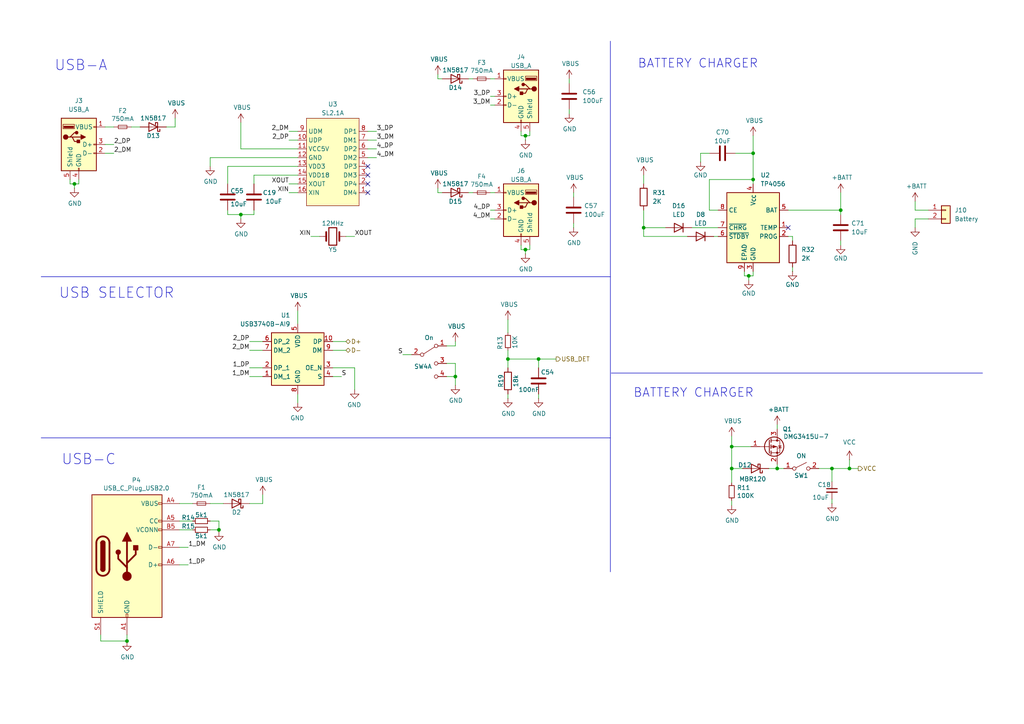
<source format=kicad_sch>
(kicad_sch (version 20250114) (generator "eeschema") (generator_version "9.0")
  (paper "A4")
  (lib_symbols
    (symbol "Battery_Management:TP4056-42-ESOP8"
      (property "Reference" "U" (at -6.604 11.684 0))
      (property "Value" "TP4056-42-ESOP8" (at 10.16 11.684 0))
      (symbol "TP4056-42-ESOP8_1_0"
        (pin input line (at -10.16 5.08 0) (length 2.54) (name "CE") (number "8"))
        (pin open_collector line (at -10.16 0 0) (length 2.54) (name "~{CHRG}") (number "7"))
        (pin open_collector line (at -10.16 -2.54 0) (length 2.54) (name "~{STDBY}") (number "6"))
        (pin passive line (at -2.54 -12.7 90) (length 2.54) (name "EPAD") (number "9"))
        (pin power_in line (at 0 12.7 270) (length 2.54) (name "V_{CC}") (number "4"))
        (pin power_in line (at 0 -12.7 90) (length 2.54) (name "GND") (number "3"))
        (pin power_out line (at 10.16 5.08 180) (length 2.54) (name "BAT") (number "5"))
        (pin input line (at 10.16 0 180) (length 2.54) (name "TEMP") (number "1"))
        (pin passive line (at 10.16 -2.54 180) (length 2.54) (name "PROG") (number "2"))
      )
      (symbol "TP4056-42-ESOP8_1_1"
        (rectangle (start -7.62 10.16) (end 7.62 -10.16) (stroke (width 0.254)) (fill (type background)))
      )
    )
    (symbol "Connector:USB_A" (pin_names (offset 1.016))
      (property "Reference" "J" (at -5.08 11.43 0))
      (property "Value" "USB_A" (at -5.08 8.89 0))
      (symbol "USB_A_0_1"
        (rectangle (start -5.08 -7.62) (end 5.08 7.62) (stroke (width 0.254)) (fill (type background)))
        (circle (center -3.81 2.159) (radius 0.635) (stroke (width 0.254)) (fill (type outline)))
        (polyline (pts (xy -3.175 2.159) (xy -2.54 2.159) (xy -1.27 3.429) (xy -0.635 3.429)) (stroke (width 0.254)))
        (polyline (pts (xy -2.54 2.159) (xy -1.905 2.159) (xy -1.27 0.889) (xy 0 0.889)) (stroke (width 0.254)))
        (rectangle (start -1.524 4.826) (end -4.318 5.334) (fill (type outline)))
        (rectangle (start -1.27 4.572) (end -4.572 5.842))
        (circle (center -0.635 3.429) (radius 0.381) (stroke (width 0.254)) (fill (type outline)))
        (rectangle (start -0.127 -7.62) (end 0.127 -6.858))
        (rectangle (start 0.254 1.27) (end -0.508 0.508) (stroke (width 0.254)) (fill (type outline)))
        (polyline (pts (xy 0.635 2.794) (xy 0.635 1.524) (xy 1.905 2.159) (xy 0.635 2.794)) (stroke (width 0.254)) (fill (type outline)))
        (rectangle (start 5.08 4.953) (end 4.318 5.207))
        (rectangle (start 5.08 -0.127) (end 4.318 0.127))
        (rectangle (start 5.08 -2.667) (end 4.318 -2.413))
      )
      (symbol "USB_A_1_1"
        (polyline (pts (xy -1.905 2.159) (xy 0.635 2.159)) (stroke (width 0.254)))
        (pin passive line (at -2.54 -10.16 90) (length 2.54) (name "Shield") (number "5"))
        (pin power_in line (at 0 -10.16 90) (length 2.54) (name "GND") (number "4"))
        (pin power_in line (at 7.62 5.08 180) (length 2.54) (name "VBUS") (number "1"))
        (pin bidirectional line (at 7.62 0 180) (length 2.54) (name "D+") (number "3"))
        (pin bidirectional line (at 7.62 -2.54 180) (length 2.54) (name "D-") (number "2"))
      )
    )
    (symbol "Connector_Generic:Conn_01x02" (pin_names (offset 1.016) (hide yes))
      (property "Reference" "J" (at 0 2.54 0))
      (property "Value" "Conn_01x02" (at 0 -5.08 0))
      (symbol "Conn_01x02_1_1"
        (rectangle (start -1.27 1.27) (end 1.27 -3.81) (stroke (width 0.254)) (fill (type background)))
        (rectangle (start -1.27 0.127) (end 0 -0.127) (stroke (width 0.1524)))
        (rectangle (start -1.27 -2.413) (end 0 -2.667) (stroke (width 0.1524)))
        (pin passive line (at -5.08 0 0) (length 3.81) (name "Pin_1") (number "1"))
        (pin passive line (at -5.08 -2.54 0) (length 3.81) (name "Pin_2") (number "2"))
      )
    )
    (symbol "Device:C" (pin_numbers (hide yes)) (pin_names (offset 0.254))
      (property "Reference" "C" (at 0.635 2.54 0))
      (property "Value" "C" (at 0.635 -2.54 0))
      (symbol "C_0_1"
        (polyline (pts (xy -2.032 0.762) (xy 2.032 0.762)) (stroke (width 0.508)))
        (polyline (pts (xy -2.032 -0.762) (xy 2.032 -0.762)) (stroke (width 0.508)))
      )
      (symbol "C_1_1"
        (pin passive line (at 0 3.81 270) (length 2.794) (name "~") (number "1"))
        (pin passive line (at 0 -3.81 90) (length 2.794) (name "~") (number "2"))
      )
    )
    (symbol "Device:C_Small" (pin_numbers (hide yes)) (pin_names (offset 0.254) (hide yes))
      (property "Reference" "C" (at 0.254 1.778 0))
      (property "Value" "C_Small" (at 0.254 -2.032 0))
      (symbol "C_Small_0_1"
        (polyline (pts (xy -1.524 0.508) (xy 1.524 0.508)) (stroke (width 0.3048)))
        (polyline (pts (xy -1.524 -0.508) (xy 1.524 -0.508)) (stroke (width 0.3302)))
      )
      (symbol "C_Small_1_1"
        (pin passive line (at 0 2.54 270) (length 2.032) (name "~") (number "1"))
        (pin passive line (at 0 -2.54 90) (length 2.032) (name "~") (number "2"))
      )
    )
    (symbol "Device:Crystal" (pin_numbers (hide yes)) (pin_names (offset 1.016) (hide yes))
      (property "Reference" "Y5" (at 0 3.81 0))
      (property "Value" "12MHz" (at 0 -3.81 0))
      (symbol "Crystal_0_1"
        (polyline (pts (xy -2.54 0) (xy -1.905 0)))
        (polyline (pts (xy -1.905 -1.27) (xy -1.905 1.27)) (stroke (width 0.508)))
        (rectangle (start -1.143 2.54) (end 1.143 -2.54) (stroke (width 0.3048)))
        (polyline (pts (xy 1.905 -1.27) (xy 1.905 1.27)) (stroke (width 0.508)))
        (polyline (pts (xy 2.54 0) (xy 1.905 0)))
      )
      (symbol "Crystal_1_1"
        (pin passive line (at -3.81 0 0) (length 1.27) (name "1") (number "1"))
        (pin passive line (at 3.81 0 180) (length 1.27) (name "3") (number "3"))
      )
    )
    (symbol "Device:D" (pin_numbers (hide yes)) (pin_names (offset 1.016) (hide yes))
      (property "Reference" "D" (at 0 2.54 0))
      (property "Value" "D" (at 0 -2.54 0))
      (symbol "D_0_1"
        (polyline (pts (xy -1.27 1.27) (xy -1.27 -1.27)) (stroke (width 0.254)))
        (polyline (pts (xy 1.27 1.27) (xy 1.27 -1.27) (xy -1.27 0) (xy 1.27 1.27)) (stroke (width 0.254)))
        (polyline (pts (xy 1.27 0) (xy -1.27 0)))
      )
      (symbol "D_1_1"
        (pin passive line (at -3.81 0 0) (length 2.54) (name "K") (number "1"))
        (pin passive line (at 3.81 0 180) (length 2.54) (name "A") (number "2"))
      )
    )
    (symbol "Device:Fuse_Small" (pin_numbers (hide yes)) (pin_names (offset 0.254) (hide yes))
      (property "Reference" "F" (at 0 -1.524 0))
      (property "Value" "Fuse_Small" (at 0 1.524 0))
      (symbol "Fuse_Small_0_1"
        (rectangle (start -1.27 0.508) (end 1.27 -0.508))
        (polyline (pts (xy -1.27 0) (xy 1.27 0)))
      )
      (symbol "Fuse_Small_1_1"
        (pin passive line (at -2.54 0 0) (length 1.27) (name "~") (number "1"))
        (pin passive line (at 2.54 0 180) (length 1.27) (name "~") (number "2"))
      )
    )
    (symbol "Device:Q_PMOS_GSD" (pin_names (offset 0) (hide yes))
      (property "Reference" "Q" (at 5.08 1.27 0))
      (property "Value" "Q_PMOS_GSD" (at 5.08 -1.27 0))
      (symbol "Q_PMOS_GSD_0_1"
        (polyline (pts (xy 0.254 1.905) (xy 0.254 -1.905)) (stroke (width 0.254)))
        (polyline (pts (xy 0.254 0) (xy -2.54 0)))
        (polyline (pts (xy 0.762 2.286) (xy 0.762 1.27)) (stroke (width 0.254)))
        (polyline (pts (xy 0.762 1.778) (xy 3.302 1.778) (xy 3.302 -1.778) (xy 0.762 -1.778)))
        (polyline (pts (xy 0.762 0.508) (xy 0.762 -0.508)) (stroke (width 0.254)))
        (polyline (pts (xy 0.762 -1.27) (xy 0.762 -2.286)) (stroke (width 0.254)))
        (circle (center 1.651 0) (radius 2.794) (stroke (width 0.254)))
        (polyline (pts (xy 2.286 0) (xy 1.27 0.381) (xy 1.27 -0.381) (xy 2.286 0)) (fill (type outline)))
        (polyline (pts (xy 2.54 2.54) (xy 2.54 1.778)))
        (circle (center 2.54 1.778) (radius 0.254) (fill (type outline)))
        (circle (center 2.54 -1.778) (radius 0.254) (fill (type outline)))
        (polyline (pts (xy 2.54 -2.54) (xy 2.54 0) (xy 0.762 0)))
        (polyline (pts (xy 2.794 -0.508) (xy 2.921 -0.381) (xy 3.683 -0.381) (xy 3.81 -0.254)))
        (polyline (pts (xy 3.302 -0.381) (xy 2.921 0.254) (xy 3.683 0.254) (xy 3.302 -0.381)))
      )
      (symbol "Q_PMOS_GSD_1_1"
        (pin input line (at -5.08 0 0) (length 2.54) (name "G") (number "1"))
        (pin passive line (at 2.54 5.08 270) (length 2.54) (name "D") (number "3"))
        (pin passive line (at 2.54 -5.08 90) (length 2.54) (name "S") (number "2"))
      )
    )
    (symbol "Device:R" (pin_numbers (hide yes)) (pin_names (offset 0))
      (property "Reference" "R" (at 2.032 0 90))
      (property "Value" "R" (at 0 0 90))
      (symbol "R_0_1"
        (rectangle (start -1.016 -2.54) (end 1.016 2.54) (stroke (width 0.254)))
      )
      (symbol "R_1_1"
        (pin passive line (at 0 3.81 270) (length 1.27) (name "~") (number "1"))
        (pin passive line (at 0 -3.81 90) (length 1.27) (name "~") (number "2"))
      )
    )
    (symbol "Device:R_Small" (pin_numbers (hide yes)) (pin_names (offset 0.254) (hide yes))
      (property "Reference" "R" (at 0.762 0.508 0))
      (property "Value" "R_Small" (at 0.762 -1.016 0))
      (symbol "R_Small_0_1"
        (rectangle (start -0.762 1.778) (end 0.762 -1.778) (stroke (width 0.2032)))
      )
      (symbol "R_Small_1_1"
        (pin passive line (at 0 2.54 270) (length 0.762) (name "~") (number "1"))
        (pin passive line (at 0 -2.54 90) (length 0.762) (name "~") (number "2"))
      )
    )
    (symbol "Diode:1N5817" (pin_numbers (hide yes)) (pin_names (offset 1.016) (hide yes))
      (property "Reference" "D" (at 0 2.54 0))
      (property "Value" "1N5817" (at 0 -2.54 0))
      (symbol "1N5817_0_1"
        (polyline (pts (xy -1.905 0.635) (xy -1.905 1.27) (xy -1.27 1.27) (xy -1.27 -1.27) (xy -0.635 -1.27) (xy -0.635 -0.635)) (stroke (width 0.254)))
        (polyline (pts (xy 1.27 1.27) (xy 1.27 -1.27) (xy -1.27 0) (xy 1.27 1.27)) (stroke (width 0.254)))
        (polyline (pts (xy 1.27 0) (xy -1.27 0)))
      )
      (symbol "1N5817_1_1"
        (pin passive line (at -3.81 0 0) (length 2.54) (name "K") (number "1"))
        (pin passive line (at 3.81 0 180) (length 2.54) (name "A") (number "2"))
      )
    )
    (symbol "Diode:MBR340" (pin_numbers (hide yes)) (pin_names (offset 1.016) (hide yes))
      (property "Reference" "D" (at 0 2.54 0))
      (property "Value" "MBR340" (at 0 -2.54 0))
      (symbol "MBR340_0_1"
        (polyline (pts (xy -1.905 0.635) (xy -1.905 1.27) (xy -1.27 1.27) (xy -1.27 -1.27) (xy -0.635 -1.27) (xy -0.635 -0.635)) (stroke (width 0.254)))
        (polyline (pts (xy 1.27 1.27) (xy 1.27 -1.27) (xy -1.27 0) (xy 1.27 1.27)) (stroke (width 0.254)))
        (polyline (pts (xy 1.27 0) (xy -1.27 0)))
      )
      (symbol "MBR340_1_1"
        (pin passive line (at -3.81 0 0) (length 2.54) (name "K") (number "1"))
        (pin passive line (at 3.81 0 180) (length 2.54) (name "A") (number "2"))
      )
    )
    (symbol "HunterCat-NFC-rescue:USB_C_Plug_USB2.0-Connector" (pin_names (offset 1.016))
      (property "Reference" "P" (at -10.16 19.05 0))
      (property "Value" "USB_C_Plug_USB2.0-Connector" (at 12.7 19.05 0))
      (symbol "USB_C_Plug_USB2.0-Connector_0_0"
        (rectangle (start -0.254 -17.78) (end 0.254 -16.764))
        (rectangle (start 10.16 15.494) (end 9.144 14.986))
        (rectangle (start 10.16 10.414) (end 9.144 9.906))
        (rectangle (start 10.16 7.874) (end 9.144 7.366))
        (rectangle (start 10.16 2.794) (end 9.144 2.286))
        (rectangle (start 10.16 -2.286) (end 9.144 -2.794))
      )
      (symbol "USB_C_Plug_USB2.0-Connector_0_1"
        (rectangle (start -10.16 17.78) (end 10.16 -17.78) (stroke (width 0.254)) (fill (type background)))
        (polyline (pts (xy -8.89 -3.81) (xy -8.89 3.81)) (stroke (width 0.508)))
        (rectangle (start -7.62 -3.81) (end -6.35 3.81) (stroke (width 0.254)) (fill (type outline)))
        (arc (start -7.62 3.81) (mid -6.985 4.4423) (end -6.35 3.81) (stroke (width 0.254)))
        (arc (start -7.62 3.81) (mid -6.985 4.4423) (end -6.35 3.81) (stroke (width 0.254)) (fill (type outline)))
        (arc (start -8.89 3.81) (mid -6.985 5.7067) (end -5.08 3.81) (stroke (width 0.508)))
        (arc (start -5.08 -3.81) (mid -6.985 -5.7067) (end -8.89 -3.81) (stroke (width 0.508)))
        (arc (start -6.35 -3.81) (mid -6.985 -4.4423) (end -7.62 -3.81) (stroke (width 0.254)))
        (arc (start -6.35 -3.81) (mid -6.985 -4.4423) (end -7.62 -3.81) (stroke (width 0.254)) (fill (type outline)))
        (polyline (pts (xy -5.08 3.81) (xy -5.08 -3.81)) (stroke (width 0.508)))
        (circle (center -2.54 1.143) (radius 0.635) (stroke (width 0.254)) (fill (type outline)))
        (polyline (pts (xy -1.27 4.318) (xy 0 6.858) (xy 1.27 4.318) (xy -1.27 4.318)) (stroke (width 0.254)) (fill (type outline)))
        (polyline (pts (xy 0 -2.032) (xy 2.54 0.508) (xy 2.54 1.778)) (stroke (width 0.508)))
        (polyline (pts (xy 0 -3.302) (xy -2.54 -0.762) (xy -2.54 0.508)) (stroke (width 0.508)))
        (polyline (pts (xy 0 -5.842) (xy 0 4.318)) (stroke (width 0.508)))
        (circle (center 0 -5.842) (radius 1.27) (fill (type outline)))
        (rectangle (start 1.905 1.778) (end 3.175 3.048) (stroke (width 0.254)) (fill (type outline)))
      )
      (symbol "USB_C_Plug_USB2.0-Connector_1_1"
        (pin passive line (at -7.62 -22.86 90) (length 5.08) (name "SHIELD") (number "S1"))
        (pin power_in line (at 0 -22.86 90) (length 5.08) (name "GND") (number "A1"))
        (pin passive line (at 0 -22.86 90) (length 5.08) (hide yes) (name "GND") (number "A12"))
        (pin passive line (at 0 -22.86 90) (length 5.08) (hide yes) (name "GND") (number "B1"))
        (pin passive line (at 0 -22.86 90) (length 5.08) (hide yes) (name "GND") (number "B12"))
        (pin power_in line (at 15.24 15.24 180) (length 5.08) (name "VBUS") (number "A4"))
        (pin passive line (at 15.24 15.24 180) (length 5.08) (hide yes) (name "VBUS") (number "A9"))
        (pin passive line (at 15.24 15.24 180) (length 5.08) (hide yes) (name "VBUS") (number "B4"))
        (pin passive line (at 15.24 15.24 180) (length 5.08) (hide yes) (name "VBUS") (number "B9"))
        (pin bidirectional line (at 15.24 10.16 180) (length 5.08) (name "CC") (number "A5"))
        (pin bidirectional line (at 15.24 7.62 180) (length 5.08) (name "VCONN") (number "B5"))
        (pin bidirectional line (at 15.24 2.54 180) (length 5.08) (name "D-") (number "A7"))
        (pin bidirectional line (at 15.24 -2.54 180) (length 5.08) (name "D+") (number "A6"))
      )
    )
    (symbol "Interface_USB:USB3740B-AI9"
      (property "Reference" "U" (at -6.35 8.89 0))
      (property "Value" "USB3740B-AI9" (at 10.16 8.89 0))
      (symbol "USB3740B-AI9_0_1"
        (rectangle (start 7.62 7.62) (end -7.62 -7.62) (stroke (width 0.254)) (fill (type background)))
      )
      (symbol "USB3740B-AI9_1_1"
        (pin bidirectional line (at -10.16 5.08 0) (length 2.54) (name "DP") (number "10"))
        (pin bidirectional line (at -10.16 2.54 0) (length 2.54) (name "DM") (number "9"))
        (pin input line (at -10.16 -2.54 0) (length 2.54) (name "OE_N") (number "3"))
        (pin input line (at -10.16 -5.08 0) (length 2.54) (name "S") (number "4"))
        (pin power_in line (at 0 10.16 270) (length 2.54) (name "VDD") (number "5"))
        (pin power_in line (at 0 -10.16 90) (length 2.54) (name "GND") (number "8"))
        (pin bidirectional line (at 10.16 5.08 180) (length 2.54) (name "DP_2") (number "6"))
        (pin bidirectional line (at 10.16 2.54 180) (length 2.54) (name "DM_2") (number "7"))
        (pin bidirectional line (at 10.16 -2.54 180) (length 2.54) (name "DP_1") (number "2"))
        (pin bidirectional line (at 10.16 -5.08 180) (length 2.54) (name "DM_1") (number "1"))
      )
    )
    (symbol "New_Library:SL2.1A"
      (property "Reference" "U" (at 0 0 0))
      (symbol "SL2.1A_1_1"
        (rectangle (start -7.62 12.7) (end 7.62 -12.7) (fill (type background)))
        (pin input line (at -10.16 8.89 0) (length 2.54) (name "DM4") (number "1"))
        (pin input line (at -10.16 6.35 0) (length 2.54) (name "DP4") (number "2"))
        (pin input line (at -10.16 3.81 0) (length 2.54) (name "DM3") (number "3"))
        (pin input line (at -10.16 1.27 0) (length 2.54) (name "DP3") (number "4"))
        (pin input line (at -10.16 -1.27 0) (length 2.54) (name "DM2") (number "5"))
        (pin input line (at -10.16 -3.81 0) (length 2.54) (name "DP2") (number "6"))
        (pin input line (at -10.16 -6.35 0) (length 2.54) (name "DM1") (number "7"))
        (pin input line (at -10.16 -8.89 0) (length 2.54) (name "DP1") (number "8"))
        (pin input line (at 10.16 8.89 180) (length 2.54) (name "XIN") (number "16"))
        (pin input line (at 10.16 6.35 180) (length 2.54) (name "XOUT") (number "15"))
        (pin input line (at 10.16 3.81 180) (length 2.54) (name "VDD18") (number "14"))
        (pin input line (at 10.16 1.27 180) (length 2.54) (name "VDD3") (number "13"))
        (pin input line (at 10.16 -1.27 180) (length 2.54) (name "GND") (number "12"))
        (pin input line (at 10.16 -3.81 180) (length 2.54) (name "VCC5V") (number "11"))
        (pin input line (at 10.16 -6.35 180) (length 2.54) (name "UDP") (number "10"))
        (pin input line (at 10.16 -8.89 180) (length 2.54) (name "UDM") (number "9"))
      )
    )
    (symbol "Switch:SW_DPDT_x2" (pin_names (offset 0) (hide yes))
      (property "Reference" "SW2" (at -1.778 -3.429 0))
      (property "Value" "On" (at 0 4.9276 0))
      (symbol "SW_DPDT_x2_0_0"
        (circle (center -2.032 0) (radius 0.508))
        (circle (center 2.032 -2.54) (radius 0.508))
        (circle (center 2.032 -6.35) (radius 0.508))
      )
      (symbol "SW_DPDT_x2_0_1"
        (polyline (pts (xy -1.524 0.254) (xy 1.651 2.286)))
        (circle (center 2.032 2.54) (radius 0.508))
      )
      (symbol "SW_DPDT_x2_1_1"
        (pin passive line (at -5.08 0 0) (length 2.54) (name "B") (number "2"))
        (pin passive line (at 5.08 2.54 180) (length 2.54) (name "A") (number "1"))
        (pin passive line (at 5.08 -2.54 180) (length 2.54) (name "C") (number "3"))
        (pin passive line (at 5.08 -6.35 180) (length 2.54) (name "C") (number "4"))
      )
      (symbol "SW_DPDT_x2_2_1"
        (pin passive line (at -5.08 0 0) (length 2.54) (name "B") (number "5"))
        (pin passive line (at 5.08 2.54 180) (length 2.54) (name "A") (number "4"))
        (pin passive line (at 5.08 -2.54 180) (length 2.54) (name "C") (number "6"))
      )
    )
    (symbol "Switch:SW_SPST" (pin_names (offset 0) (hide yes))
      (property "Reference" "SW" (at 0 3.175 0))
      (property "Value" "SW_SPST" (at 0 -2.54 0))
      (symbol "SW_SPST_0_0"
        (circle (center -2.032 0) (radius 0.508))
        (polyline (pts (xy -1.524 0.254) (xy 1.524 1.778)))
        (circle (center 2.032 0) (radius 0.508))
      )
      (symbol "SW_SPST_1_1"
        (pin passive line (at -5.08 0 0) (length 2.54) (name "A") (number "1"))
        (pin passive line (at 5.08 0 180) (length 2.54) (name "B") (number "2"))
      )
    )
    (symbol "power:+BATT" (power) (pin_names (offset 0))
      (property "Value" "+BATT" (at 0 3.556 0))
      (symbol "+BATT_0_1"
        (polyline (pts (xy -0.762 1.27) (xy 0 2.54)))
        (polyline (pts (xy 0 2.54) (xy 0.762 1.27)))
        (polyline (pts (xy 0 0) (xy 0 2.54)))
      )
      (symbol "+BATT_1_1"
        (pin power_in line (at 0 0 90) (length 0) (hide yes) (name "+BATT") (number "1"))
      )
    )
    (symbol "power:GND" (power) (pin_numbers (hide yes)) (pin_names (offset 0) (hide yes))
      (property "Value" "GND" (at 0 -3.81 0))
      (symbol "GND_0_1"
        (polyline (pts (xy 0 0) (xy 0 -1.27) (xy 1.27 -1.27) (xy 0 -2.54) (xy -1.27 -1.27) (xy 0 -1.27)))
      )
      (symbol "GND_1_1"
        (pin power_in line (at 0 0 270) (length 0) (name "~") (number "1"))
      )
    )
    (symbol "power:VBUS" (power) (pin_names (offset 0))
      (property "Value" "VBUS" (at 0 3.81 0))
      (symbol "VBUS_0_1"
        (polyline (pts (xy -0.762 1.27) (xy 0 2.54)))
        (polyline (pts (xy 0 2.54) (xy 0.762 1.27)))
        (polyline (pts (xy 0 0) (xy 0 2.54)))
      )
      (symbol "VBUS_1_1"
        (pin power_in line (at 0 0 90) (length 0) (hide yes) (name "VBUS") (number "1"))
      )
    )
    (symbol "power:VCC" (power) (pin_numbers (hide yes)) (pin_names (offset 0) (hide yes))
      (property "Value" "VCC" (at 0 3.556 0))
      (symbol "VCC_0_1"
        (polyline (pts (xy -0.762 1.27) (xy 0 2.54)))
        (polyline (pts (xy 0 2.54) (xy 0.762 1.27)))
        (polyline (pts (xy 0 0) (xy 0 2.54)))
      )
      (symbol "VCC_1_1"
        (pin power_in line (at 0 0 90) (length 0) (name "~") (number "1"))
      )
    )
  )
  (text "BATTERY CHARGER\n\n" (at 201.168 116.078 0) (effects (font (size 2.54 2.54))))
  (text "USB-C\n" (at 17.78 135.128 0) (effects (font (size 3 3)) (justify left bottom)))
  (text "USB SELECTOR\n" (at 17.018 86.868 0) (effects (font (size 3 3)) (justify left bottom)))
  (text "BATTERY CHARGER\n\n" (at 202.438 20.574 0) (effects (font (size 2.54 2.54))))
  (text "USB-A\n" (at 15.748 20.828 0) (effects (font (size 3 3)) (justify left bottom)))
  (junction (at 225.425 135.89))
  (junction (at 156.21 104.14))
  (junction (at 36.83 185.928))
  (junction (at 241.3 135.89))
  (junction (at 218.44 44.45))
  (junction (at 21.59 53.34))
  (junction (at 132.08 109.22))
  (junction (at 152.4 72.39))
  (junction (at 147.32 104.14))
  (junction (at 69.85 62.23))
  (junction (at 217.17 80.01))
  (junction (at 152.4 39.37))
  (junction (at 212.217 135.89))
  (junction (at 246.38 135.89))
  (junction (at 212.217 129.54))
  (junction (at 63.5 153.67))
  (junction (at 243.84 60.96))
  (junction (at 218.44 52.07))
  (junction (at 186.69 66.04))
  (no_connect (at 106.68 55.88))
  (no_connect (at 228.6 66.04))
  (no_connect (at 106.68 50.8))
  (no_connect (at 106.68 53.34))
  (no_connect (at 106.68 48.26))
  (wire (pts (xy 152.4 39.37) (xy 152.4 40.64)))
  (wire (pts (xy 215.392 135.89) (xy 212.217 135.89)))
  (wire (pts (xy 73.66 50.8) (xy 73.66 53.34)))
  (wire (pts (xy 151.13 39.37) (xy 152.4 39.37)))
  (wire (pts (xy 229.87 69.85) (xy 229.87 68.58)))
  (wire (pts (xy 135.89 22.86) (xy 137.16 22.86)))
  (wire (pts (xy 60.96 153.67) (xy 63.5 153.67)))
  (wire (pts (xy 52.07 146.05) (xy 55.88 146.05)))
  (wire (pts (xy 225.425 134.62) (xy 225.425 135.89)))
  (wire (pts (xy 30.48 36.83) (xy 33.02 36.83)))
  (wire (pts (xy 265.43 63.5) (xy 265.43 66.04)))
  (wire (pts (xy 142.24 55.88) (xy 143.51 55.88)))
  (wire (pts (xy 246.38 133.35) (xy 246.38 135.89)))
  (wire (pts (xy 213.36 44.45) (xy 218.44 44.45)))
  (wire (pts (xy 72.39 106.68) (xy 76.2 106.68)))
  (wire (pts (xy 96.52 99.06) (xy 100.33 99.06)))
  (wire (pts (xy 153.67 39.37) (xy 153.67 38.1)))
  (wire (pts (xy 152.4 72.39) (xy 152.4 73.66)))
  (wire (pts (xy 102.87 106.68) (xy 96.52 106.68)))
  (wire (pts (xy 142.24 27.94) (xy 143.51 27.94)))
  (wire (pts (xy 63.5 151.13) (xy 63.5 153.67)))
  (wire (pts (xy 52.07 153.67) (xy 55.88 153.67)))
  (wire (pts (xy 186.69 66.04) (xy 186.69 68.58)))
  (wire (pts (xy 100.33 101.6) (xy 96.52 101.6)))
  (wire (pts (xy 212.217 135.89) (xy 212.217 140.081)))
  (wire (pts (xy 237.49 135.89) (xy 241.3 135.89)))
  (wire (pts (xy 166.37 66.04) (xy 166.37 64.77)))
  (wire (pts (xy 243.84 55.88) (xy 243.84 60.96)))
  (wire (pts (xy 54.61 158.75) (xy 52.07 158.75)))
  (wire (pts (xy 129.54 105.41) (xy 132.08 105.41)))
  (wire (pts (xy 83.82 38.1) (xy 86.36 38.1)))
  (wire (pts (xy 60.96 45.72) (xy 60.96 48.26)))
  (wire (pts (xy 205.74 44.45) (xy 203.2 44.45)))
  (wire (pts (xy 86.36 48.26) (xy 66.04 48.26)))
  (wire (pts (xy 109.22 45.72) (xy 106.68 45.72)))
  (wire (pts (xy 246.38 135.89) (xy 248.92 135.89)))
  (wire (pts (xy 132.08 105.41) (xy 132.08 109.22)))
  (wire (pts (xy 218.44 52.07) (xy 218.44 53.34)))
  (wire (pts (xy 142.24 22.86) (xy 143.51 22.86)))
  (wire (pts (xy 83.82 53.34) (xy 86.36 53.34)))
  (wire (pts (xy 217.17 80.01) (xy 217.17 81.28)))
  (wire (pts (xy 132.08 100.33) (xy 132.08 99.06)))
  (wire (pts (xy 20.32 52.07) (xy 20.32 53.34)))
  (wire (pts (xy 142.24 30.48) (xy 143.51 30.48)))
  (polyline (pts (xy 11.938 127) (xy 177.038 127)))
  (wire (pts (xy 156.21 106.68) (xy 156.21 104.14)))
  (wire (pts (xy 147.32 104.14) (xy 156.21 104.14)))
  (wire (pts (xy 153.67 72.39) (xy 153.67 71.12)))
  (wire (pts (xy 142.24 60.96) (xy 143.51 60.96)))
  (wire (pts (xy 241.3 135.89) (xy 246.38 135.89)))
  (wire (pts (xy 166.37 55.88) (xy 166.37 57.15)))
  (wire (pts (xy 243.84 71.12) (xy 243.84 69.85)))
  (polyline (pts (xy 177.038 11.938) (xy 177.038 165.862)))
  (wire (pts (xy 218.44 39.37) (xy 218.44 44.45)))
  (wire (pts (xy 218.44 44.45) (xy 218.44 52.07)))
  (wire (pts (xy 60.96 45.72) (xy 86.36 45.72)))
  (wire (pts (xy 109.22 43.18) (xy 106.68 43.18)))
  (wire (pts (xy 102.87 106.68) (xy 102.87 113.03)))
  (wire (pts (xy 69.85 43.18) (xy 86.36 43.18)))
  (wire (pts (xy 215.9 78.74) (xy 215.9 80.01)))
  (wire (pts (xy 54.61 163.83) (xy 52.07 163.83)))
  (wire (pts (xy 21.59 53.34) (xy 21.59 54.61)))
  (wire (pts (xy 147.32 104.14) (xy 147.32 106.68)))
  (wire (pts (xy 36.83 184.15) (xy 36.83 185.928)))
  (wire (pts (xy 142.24 63.5) (xy 143.51 63.5)))
  (wire (pts (xy 156.21 104.14) (xy 161.29 104.14)))
  (wire (pts (xy 151.13 38.1) (xy 151.13 39.37)))
  (wire (pts (xy 72.39 99.06) (xy 76.2 99.06)))
  (wire (pts (xy 73.66 60.96) (xy 73.66 62.23)))
  (wire (pts (xy 212.217 135.89) (xy 212.217 129.54)))
  (wire (pts (xy 152.4 72.39) (xy 153.67 72.39)))
  (wire (pts (xy 50.8 36.83) (xy 50.8 34.29)))
  (wire (pts (xy 83.82 55.88) (xy 86.36 55.88)))
  (wire (pts (xy 69.85 62.23) (xy 69.85 63.5)))
  (wire (pts (xy 241.3 135.89) (xy 241.3 139.7)))
  (wire (pts (xy 109.22 40.64) (xy 106.68 40.64)))
  (wire (pts (xy 29.21 184.15) (xy 29.21 185.928)))
  (wire (pts (xy 72.39 101.6) (xy 76.2 101.6)))
  (wire (pts (xy 203.2 44.45) (xy 203.2 46.99)))
  (wire (pts (xy 86.36 90.17) (xy 86.36 93.98)))
  (wire (pts (xy 36.83 185.928) (xy 36.83 186.182)))
  (wire (pts (xy 186.69 60.96) (xy 186.69 66.04)))
  (wire (pts (xy 186.69 66.04) (xy 193.04 66.04)))
  (wire (pts (xy 217.805 129.54) (xy 212.217 129.54)))
  (wire (pts (xy 69.85 62.23) (xy 66.04 62.23)))
  (wire (pts (xy 147.32 101.6) (xy 147.32 104.14)))
  (wire (pts (xy 212.217 129.54) (xy 212.217 126.492)))
  (wire (pts (xy 151.13 72.39) (xy 152.4 72.39)))
  (wire (pts (xy 135.89 55.88) (xy 137.16 55.88)))
  (wire (pts (xy 200.66 66.04) (xy 208.28 66.04)))
  (polyline (pts (xy 11.938 80.264) (xy 177.038 80.264)))
  (wire (pts (xy 99.06 109.22) (xy 96.52 109.22)))
  (wire (pts (xy 265.43 58.42) (xy 265.43 60.96)))
  (wire (pts (xy 205.74 52.07) (xy 218.44 52.07)))
  (wire (pts (xy 38.1 36.83) (xy 40.64 36.83)))
  (wire (pts (xy 186.69 68.58) (xy 199.39 68.58)))
  (wire (pts (xy 76.2 146.05) (xy 76.2 143.51)))
  (wire (pts (xy 90.17 68.58) (xy 92.71 68.58)))
  (wire (pts (xy 212.217 145.161) (xy 212.217 146.558)))
  (wire (pts (xy 29.21 185.928) (xy 36.83 185.928)))
  (wire (pts (xy 109.22 38.1) (xy 106.68 38.1)))
  (wire (pts (xy 207.01 68.58) (xy 208.28 68.58)))
  (wire (pts (xy 147.32 114.3) (xy 147.32 115.57)))
  (wire (pts (xy 165.1 33.02) (xy 165.1 31.75)))
  (wire (pts (xy 33.02 41.91) (xy 30.48 41.91)))
  (wire (pts (xy 227.33 135.89) (xy 225.425 135.89)))
  (wire (pts (xy 83.82 40.64) (xy 86.36 40.64)))
  (wire (pts (xy 218.44 80.01) (xy 218.44 78.74)))
  (wire (pts (xy 72.39 109.22) (xy 76.2 109.22)))
  (wire (pts (xy 60.96 151.13) (xy 63.5 151.13)))
  (wire (pts (xy 186.69 50.8) (xy 186.69 53.34)))
  (wire (pts (xy 66.04 48.26) (xy 66.04 53.34)))
  (wire (pts (xy 116.84 102.87) (xy 119.38 102.87)))
  (wire (pts (xy 127 55.88) (xy 128.27 55.88)))
  (wire (pts (xy 265.43 63.5) (xy 269.24 63.5)))
  (wire (pts (xy 147.32 92.71) (xy 147.32 96.52)))
  (wire (pts (xy 86.36 50.8) (xy 73.66 50.8)))
  (wire (pts (xy 60.96 146.05) (xy 64.77 146.05)))
  (wire (pts (xy 69.85 35.56) (xy 69.85 43.18)))
  (wire (pts (xy 127 21.59) (xy 127 22.86)))
  (wire (pts (xy 22.86 53.34) (xy 22.86 52.07)))
  (polyline (pts (xy 177.292 108.204) (xy 284.988 108.204)))
  (wire (pts (xy 73.66 62.23) (xy 69.85 62.23)))
  (wire (pts (xy 63.5 153.67) (xy 63.5 154.305)))
  (wire (pts (xy 225.425 124.46) (xy 225.425 123.19)))
  (wire (pts (xy 132.08 109.22) (xy 129.54 109.22)))
  (wire (pts (xy 129.54 100.33) (xy 132.08 100.33)))
  (wire (pts (xy 229.87 78.74) (xy 229.87 77.47)))
  (wire (pts (xy 217.17 80.01) (xy 218.44 80.01)))
  (wire (pts (xy 165.1 22.86) (xy 165.1 24.13)))
  (wire (pts (xy 265.43 60.96) (xy 269.24 60.96)))
  (wire (pts (xy 21.59 53.34) (xy 22.86 53.34)))
  (wire (pts (xy 243.84 60.96) (xy 228.6 60.96)))
  (wire (pts (xy 132.08 111.76) (xy 132.08 109.22)))
  (wire (pts (xy 241.3 144.78) (xy 241.3 146.05)))
  (wire (pts (xy 229.87 68.58) (xy 228.6 68.58)))
  (wire (pts (xy 20.32 53.34) (xy 21.59 53.34)))
  (wire (pts (xy 66.04 62.23) (xy 66.04 60.96)))
  (wire (pts (xy 127 54.61) (xy 127 55.88)))
  (wire (pts (xy 151.13 71.12) (xy 151.13 72.39)))
  (wire (pts (xy 48.26 36.83) (xy 50.8 36.83)))
  (wire (pts (xy 152.4 39.37) (xy 153.67 39.37)))
  (wire (pts (xy 208.28 60.96) (xy 205.74 60.96)))
  (wire (pts (xy 52.07 151.13) (xy 55.88 151.13)))
  (wire (pts (xy 127 22.86) (xy 128.27 22.86)))
  (wire (pts (xy 225.425 135.89) (xy 223.012 135.89)))
  (wire (pts (xy 205.74 60.96) (xy 205.74 52.07)))
  (wire (pts (xy 156.21 114.3) (xy 156.21 115.57)))
  (wire (pts (xy 33.02 44.45) (xy 30.48 44.45)))
  (wire (pts (xy 86.36 116.84) (xy 86.36 114.3)))
  (wire (pts (xy 102.87 68.58) (xy 100.33 68.58)))
  (wire (pts (xy 215.9 80.01) (xy 217.17 80.01)))
  (wire (pts (xy 72.39 146.05) (xy 76.2 146.05)))
  (wire (pts (xy 243.84 62.23) (xy 243.84 60.96)))
  (label "4_DM" (at 142.24 63.5 180))
  (label "2_DM" (at 72.39 101.6 180))
  (label "4_DP" (at 142.24 60.96 180))
  (label "2_DM" (at 33.02 44.45 0))
  (label "1_DM" (at 54.61 158.75 0))
  (label "3_DM" (at 109.22 40.64 0))
  (label "4_DP" (at 109.22 43.18 0))
  (label "S" (at 116.84 102.87 180))
  (label "XIN" (at 90.17 68.58 180))
  (label "2_DP" (at 33.02 41.91 0))
  (label "XOUT" (at 102.87 68.58 0))
  (label "1_DP" (at 72.39 106.68 180))
  (label "2_DP" (at 72.39 99.06 180))
  (label "1_DM" (at 72.39 109.22 180))
  (label "3_DP" (at 142.24 27.94 180))
  (label "S" (at 99.06 109.22 0))
  (label "1_DP" (at 54.61 163.83 0))
  (label "4_DM" (at 109.22 45.72 0))
  (label "3_DP" (at 109.22 38.1 0))
  (label "XOUT" (at 83.82 53.34 180))
  (label "2_DM" (at 83.82 38.1 180))
  (label "2_DP" (at 83.82 40.64 180))
  (label "3_DM" (at 142.24 30.48 180))
  (label "XIN" (at 83.82 55.88 180))
  (hierarchical_label "D-" (shape bidirectional) (at 100.33 101.6 0))
  (hierarchical_label "VCC" (shape output) (at 248.92 135.89 0))
  (hierarchical_label "D+" (shape bidirectional) (at 100.33 99.06 0))
  (hierarchical_label "USB_DET" (shape output) (at 161.29 104.14 0))
  (symbol (lib_id "power:GND") (at 132.08 111.76 0) (unit 1)
    (property "Reference" "#PWR086" (effects (hide yes)))
    (property "Value" "GND" (at 132.207 116.1542 0))
  )
  (symbol (lib_id "power:VBUS") (at 147.32 92.71 0) (unit 1)
    (property "Reference" "#PWR071" (effects (hide yes)))
    (property "Value" "VBUS" (at 147.701 88.3158 0))
  )
  (symbol (lib_id "power:VBUS") (at 127 54.61 0) (unit 1)
    (property "Reference" "#PWR0131" (effects (hide yes)))
    (property "Value" "VBUS" (at 127.381 50.2158 0))
  )
  (symbol (lib_id "Device:D") (at 196.85 66.04 180) (unit 1)
    (property "Reference" "D16" (at 196.85 59.69 0))
    (property "Value" "LED" (at 196.85 62.23 0))
    (property "Footprint" "LED_SMD:LED_0603_1608Metric" (effects (hide yes)))
    (property "Description" "Diode" (effects (hide yes)))
    (property "Sim.Device" "D" (effects (hide yes)))
    (property "Sim.Pins" "1=K 2=A" (effects (hide yes)))
    (property "LCSC#" "C375573" (effects (hide yes)))
  )
  (symbol (lib_id "power:GND") (at 156.21 115.57 0) (unit 1)
    (property "Reference" "#PWR051" (effects (hide yes)))
    (property "Value" "GND" (at 156.337 119.9642 0))
  )
  (symbol (lib_id "Connector:USB_A") (at 22.86 41.91 0) (unit 1)
    (property "Reference" "J3" (at 22.86 29.21 0))
    (property "Value" "USB_A" (at 22.86 31.75 0))
    (property "Footprint" "Connector_USB:USB_A_Connfly_DS1095" (effects (hide yes)))
    (property "Description" "USB Type A connector" (effects (hide yes)))
    (property "LCSC#" "C18077686" (effects (hide yes)))
  )
  (symbol (lib_id "power:GND") (at 265.43 66.04 0) (unit 1)
    (property "Reference" "#PWR041" (effects (hide yes)))
    (property "Value" "GND" (at 265.43 69.977 90) (effects (justify right)))
  )
  (symbol (lib_id "Device:R_Small") (at 58.42 151.13 270) (unit 1)
    (property "Reference" "R14" (at 54.61 150.114 90))
    (property "Value" "5k1" (at 58.42 149.352 90))
    (property "Footprint" "Resistor_SMD:R_0603_1608Metric" (effects (hide yes)))
    (property "manf#" "ERJ3RBD5101V" (effects (hide yes)))
    (property "LCSC#" "C191782" (effects (hide yes)))
    (property "provedor" "LCSC" (effects (hide yes)))
  )
  (symbol (lib_id "Connector_Generic:Conn_01x02") (at 274.32 60.96 0) (unit 1)
    (property "Reference" "J10" (at 276.86 60.9599 0) (effects (justify left)))
    (property "Value" "Battery" (at 276.86 63.4999 0) (effects (justify left)))
    (property "Footprint" "Footprints:BatteryHolder_Keystone_1042_1x18650" (effects (hide yes)))
    (property "Description" "Generic connector, single row, 01x02, script generated (kicad-library-utils/schlib/autogen/connector/)" (effects (hide yes)))
    (property "manf#" "Bateria 18650 3.7V 2200mAh ±5% " (effects (hide yes)))
    (property "LCSC#" "C2988620" (effects (hide yes)))
  )
  (symbol (lib_id "power:VCC") (at 246.38 133.35 0) (unit 1)
    (property "Reference" "#PWR016" (effects (hide yes)))
    (property "Value" "VCC" (at 246.38 128.27 0))
    (property "Description" "Power symbol creates a global label with name \"VCC\"" (effects (hide yes)))
  )
  (symbol (lib_id "Switch:SW_SPST") (at 232.41 135.89 0) (unit 1)
    (property "Reference" "SW1" (at 232.41 137.922 0))
    (property "Value" "ON" (at 232.41 132.2324 0))
    (property "Footprint" "Button_Switch_THT:SW_Slide_SPDT_Angled_CK_OS102011MA1Q" (effects (hide yes)))
    (property "Datasheet" "https://www.mouser.mx/datasheet/2/60/js-1841892.pdf" (effects (hide yes)))
    (property "LCSC#" "C393937" (effects (hide yes)))
    (property "manf#" "SK12D07VG4" (effects (hide yes)))
    (property "Proveedor" "LCSC" (effects (hide yes)))
  )
  (symbol (lib_id "power:GND") (at 102.87 113.03 0) (mirror y) (unit 1)
    (property "Reference" "#PWR082" (effects (hide yes)))
    (property "Value" "GND" (at 102.743 117.4242 0))
  )
  (symbol (lib_id "Device:R") (at 147.32 110.49 0) (unit 1)
    (property "Reference" "R19" (at 145.288 110.49 90))
    (property "Value" "18k" (at 149.606 110.49 90))
    (property "Footprint" "Resistor_SMD:R_0402_1005Metric" (effects (hide yes)))
    (property "Description" "Resistor" (effects (hide yes)))
    (property "LCSC#" "C323741" (effects (hide yes)))
  )
  (symbol (lib_id "New_Library:SL2.1A") (at 96.52 46.99 180) (unit 1)
    (property "Reference" "U3" (at 96.52 30.226 0))
    (property "Value" "SL2.1A" (at 96.52 32.766 0))
    (property "Footprint" "Package_SO:SOP-16_3.9x9.9mm_P1.27mm" (effects (hide yes)))
    (property "LCSC#" "C192893" (effects (hide yes)))
  )
  (symbol (lib_id "power:VBUS") (at 127 21.59 0) (unit 1)
    (property "Reference" "#PWR0125" (effects (hide yes)))
    (property "Value" "VBUS" (at 127.381 17.1958 0))
  )
  (symbol (lib_id "power:GND") (at 21.59 54.61 0) (unit 1)
    (property "Reference" "#PWR081" (effects (hide yes)))
    (property "Value" "GND" (at 21.717 59.0042 0))
  )
  (symbol (lib_id "power:VBUS") (at 186.69 50.8 0) (unit 1)
    (property "Reference" "#PWR0162" (effects (hide yes)))
    (property "Value" "VBUS" (at 187.071 46.4058 0))
  )
  (symbol (lib_id "Device:Q_PMOS_GSD") (at 222.885 129.54 0) (unit 1)
    (property "Reference" "Q1" (at 226.949 124.46 0) (effects (justify left)))
    (property "Value" "DMG3415U-7" (at 227.203 126.619 0) (effects (justify left)))
    (property "Footprint" "Package_TO_SOT_SMD:SOT-23" (effects (hide yes)))
    (property "Datasheet" "https://www.mouser.mx/datasheet/2/115/ds31735-64958.pdf" (effects (hide yes)))
    (property "LCSC#" "C96616" (effects (hide yes)))
    (property "manf#" "DMG3415U-7" (effects (hide yes)))
    (property "Proveedor" "LCSC" (effects (hide yes)))
  )
  (symbol (lib_id "Interface_USB:USB3740B-AI9") (at 86.36 104.14 0) (mirror y) (unit 1)
    (property "Reference" "U1" (at 84.2167 91.44 0) (effects (justify left)))
    (property "Value" "USB3740B-AI9" (at 84.2167 93.98 0) (effects (justify left)))
    (property "Footprint" "Package_DFN_QFN:UQFN-10_1.3x1.8mm_P0.4mm" (effects (hide yes)))
    (property "Datasheet" "https://www.lcsc.com/datasheet/C626691.pdf" (effects (hide yes)))
    (property "Description" "USB 2.0 Switch with ESD Protection, UQFN-10 Pitch 0.5mm" (effects (hide yes)))
    (property "LCSC#" "C626691" (effects (hide yes)))
  )
  (symbol (lib_id "power:VBUS") (at 86.36 90.17 0) (unit 1)
    (property "Reference" "#PWR0164" (effects (hide yes)))
    (property "Value" "VBUS" (at 86.741 85.7758 0))
  )
  (symbol (lib_id "Device:R_Small") (at 58.42 153.67 270) (unit 1)
    (property "Reference" "R15" (at 54.61 152.654 90))
    (property "Value" "5k1" (at 58.42 155.448 90))
    (property "Footprint" "Resistor_SMD:R_0603_1608Metric" (effects (hide yes)))
    (property "manf#" "ERJ3RBD5101V" (effects (hide yes)))
    (property "LCSC#" "C191782" (effects (hide yes)))
    (property "provedor" "LCSC" (effects (hide yes)))
  )
  (symbol (lib_id "Battery_Management:TP4056-42-ESOP8") (at 218.44 66.04 0) (unit 1)
    (property "Reference" "U2" (at 220.5833 50.8 0) (effects (justify left)))
    (property "Value" "TP4056" (at 220.5833 53.34 0) (effects (justify left)))
    (property "Footprint" "Package_SO:SOIC-8-1EP_3.9x4.9mm_P1.27mm_EP2.41x3.3mm_ThermalVias" (effects (hide yes)))
    (property "Datasheet" "https://www.lcsc.com/datasheet/C725790.pdf" (effects (hide yes)))
    (property "Description" "1A Standalone Linear Li-ion/LiPo single-cell battery charger, 4.2V ±1% charge voltage, VCC = 4.0..8.0V, SOIC-8 (SOP-8)" (effects (hide yes)))
    (property "LCSC#" "C725790" (effects (hide yes)))
  )
  (symbol (lib_id "power:GND") (at 203.2 46.99 0) (unit 1)
    (property "Reference" "#PWR0161" (effects (hide yes)))
    (property "Value" "GND" (at 205.232 50.8 0) (effects (justify right)))
  )
  (symbol (lib_id "power:+BATT") (at 243.84 55.88 0) (unit 1)
    (property "Reference" "#PWR0171" (effects (hide yes)))
    (property "Value" "+BATT" (at 244.221 51.4858 0))
  )
  (symbol (lib_id "power:VBUS") (at 218.44 39.37 0) (unit 1)
    (property "Reference" "#PWR030" (effects (hide yes)))
    (property "Value" "VBUS" (at 218.821 34.9758 0))
  )
  (symbol (lib_id "power:VBUS") (at 166.37 55.88 0) (unit 1)
    (property "Reference" "#PWR0146" (effects (hide yes)))
    (property "Value" "VBUS" (at 166.751 51.4858 0))
  )
  (symbol (lib_id "power:+BATT") (at 225.425 123.19 0) (unit 1)
    (property "Reference" "#PWR045" (effects (hide yes)))
    (property "Value" "+BATT" (at 225.806 118.7958 0))
  )
  (symbol (lib_id "power:VBUS") (at 50.8 34.29 0) (unit 1)
    (property "Reference" "#PWR053" (effects (hide yes)))
    (property "Value" "VBUS" (at 51.181 29.8958 0))
  )
  (symbol (lib_id "Device:Fuse_Small") (at 35.56 36.83 0) (unit 1)
    (property "Reference" "F2" (at 35.56 32.131 0))
    (property "Value" "750mA" (at 35.56 34.4424 0))
    (property "Footprint" "Fuse:Fuse_0603_1608Metric" (effects (hide yes)))
    (property "manf#" "06D0750D" (effects (hide yes)))
    (property "provedor" "LCSC" (effects (hide yes)))
    (property "LCSC#" "C182438" (effects (hide yes)))
  )
  (symbol (lib_id "Device:C") (at 243.84 66.04 0) (unit 1)
    (property "Reference" "C71" (at 246.888 64.77 0) (effects (justify left)))
    (property "Value" "10uF" (at 246.888 67.31 0) (effects (justify left)))
    (property "Footprint" "Capacitor_SMD:C_0603_1608Metric" (effects (hide yes)))
    (property "Description" "Unpolarized capacitor" (effects (hide yes)))
    (property "LCSC#" "C96446" (effects (hide yes)))
  )
  (symbol (lib_id "Diode:1N5817") (at 132.08 55.88 180) (unit 1)
    (property "Reference" "D15" (at 132.08 58.42 0))
    (property "Value" "1N5817" (at 132.08 53.34 0))
    (property "Footprint" "Diode_SMD:D_SOD-123F" (effects (hide yes)))
    (property "Datasheet" "http://www.vishay.com/docs/88525/1n5817.pdf" (effects (hide yes)))
    (property "Description" "20V 1A Schottky Barrier Rectifier Diode, DO-41" (effects (hide yes)))
    (property "manf#" "1N5817W" (effects (hide yes)))
    (property "provedor" "LCSC" (effects (hide yes)))
    (property "LCSC#" "C727113" (effects (hide yes)))
  )
  (symbol (lib_id "Switch:SW_DPDT_x2") (at 124.46 102.87 0) (unit 1)
    (property "Reference" "SW4" (at 122.682 106.299 0))
    (property "Value" "On" (at 124.46 97.9424 0))
    (property "Footprint" "Footprints:MSK12C02" (effects (hide yes)))
    (property "LCSC#" "C431540" (effects (hide yes)))
  )
  (symbol (lib_id "power:GND") (at 60.96 48.26 0) (unit 1)
    (property "Reference" "#PWR088" (effects (hide yes)))
    (property "Value" "GND" (at 61.087 52.6542 0))
  )
  (symbol (lib_id "Device:Fuse_Small") (at 58.42 146.05 0) (unit 1)
    (property "Reference" "F1" (at 58.42 141.351 0))
    (property "Value" "750mA" (at 58.42 143.6624 0))
    (property "Footprint" "Fuse:Fuse_0603_1608Metric" (effects (hide yes)))
    (property "manf#" "06D0750D" (effects (hide yes)))
    (property "provedor" "LCSC" (effects (hide yes)))
    (property "LCSC#" "C182438" (effects (hide yes)))
  )
  (symbol (lib_id "Diode:MBR340") (at 219.202 135.89 180) (unit 1)
    (property "Reference" "D12" (at 216.027 134.874 0))
    (property "Value" "MBR120" (at 218.313 138.938 0))
    (property "Footprint" "Diode_SMD:D_SOD-123F" (effects (hide yes)))
    (property "Datasheet" "http://www.onsemi.com/pub_link/Collateral/MBR340-D.PDF" (effects (hide yes)))
    (property "LCSC#" "C130880" (effects (hide yes)))
    (property "manf#" "MBR120LSF" (effects (hide yes)))
    (property "Proveedor" "LCSC" (effects (hide yes)))
  )
  (symbol (lib_id "power:VBUS") (at 212.217 126.492 0) (unit 1)
    (property "Reference" "#PWR042" (effects (hide yes)))
    (property "Value" "VBUS" (at 212.598 122.0978 0))
  )
  (symbol (lib_id "Device:C") (at 73.66 57.15 180) (unit 1)
    (property "Reference" "C19" (at 76.2 55.88 0) (effects (justify right)))
    (property "Value" "10uF" (at 76.962 58.42 0) (effects (justify right)))
    (property "Footprint" "Capacitor_SMD:C_0603_1608Metric" (effects (hide yes)))
    (property "Description" "Unpolarized capacitor" (effects (hide yes)))
    (property "LCSC#" "C96446" (effects (hide yes)))
  )
  (symbol (lib_id "Device:D") (at 203.2 68.58 180) (unit 1)
    (property "Reference" "D8" (at 203.2 62.23 0))
    (property "Value" "LED" (at 203.2 64.77 0))
    (property "Footprint" "LED_SMD:LED_0603_1608Metric" (effects (hide yes)))
    (property "Description" "Diode" (effects (hide yes)))
    (property "Sim.Device" "D" (effects (hide yes)))
    (property "Sim.Pins" "1=K 2=A" (effects (hide yes)))
    (property "LCSC#" "C375573" (effects (hide yes)))
  )
  (symbol (lib_id "power:GND") (at 229.87 78.74 0) (unit 1)
    (property "Reference" "#PWR07" (effects (hide yes)))
    (property "Value" "GND" (at 231.902 82.55 0) (effects (justify right)))
  )
  (symbol (lib_id "power:GND") (at 212.217 146.558 0) (unit 1)
    (property "Reference" "#PWR043" (effects (hide yes)))
    (property "Value" "GND" (at 212.344 150.9522 0))
  )
  (symbol (lib_id "HunterCat-NFC-rescue:USB_C_Plug_USB2.0-Connector") (at 36.83 161.29 0) (unit 1)
    (property "Reference" "P4" (at 39.5478 139.2682 0))
    (property "Value" "USB_C_Plug_USB2.0" (at 39.5478 141.5796 0))
    (property "Footprint" "Footprints:C393939" (effects (hide yes)))
    (property "Datasheet" "https://datasheet.lcsc.com/lcsc/2108132030_Korean-Hroparts-Elec-TYPE-C-31-M-31_C2760486.pdf" (effects (hide yes)))
    (property "manf#" "TYPE-C-31-M-31" (effects (hide yes)))
    (property "LCSC#" "C2760486" (effects (hide yes)))
    (property "provedor" "LCSC" (effects (hide yes)))
  )
  (symbol (lib_id "Device:R_Small") (at 147.32 99.06 180) (unit 1) (in_bom no)
    (property "Reference" "R13" (at 145.034 97.536 90) (effects (justify left)))
    (property "Value" "10K" (at 149.352 97.282 90) (effects (justify left)))
    (property "Footprint" "Resistor_SMD:R_0402_1005Metric" (effects (hide yes)))
    (property "Description" "Resistor, small symbol" (effects (hide yes)))
    (property "LCSC#" "C2759535" (effects (hide yes)))
  )
  (symbol (lib_id "power:GND") (at 36.83 186.182 0) (unit 1)
    (property "Reference" "#PWR038" (effects (hide yes)))
    (property "Value" "GND" (at 36.957 190.5762 0))
  )
  (symbol (lib_id "power:GND") (at 241.3 146.05 0) (unit 1)
    (property "Reference" "#PWR028" (effects (hide yes)))
    (property "Value" "GND" (at 241.427 150.4442 0))
  )
  (symbol (lib_id "power:VBUS") (at 165.1 22.86 0) (unit 1)
    (property "Reference" "#PWR0133" (effects (hide yes)))
    (property "Value" "VBUS" (at 165.481 18.4658 0))
  )
  (symbol (lib_id "Device:R_Small") (at 212.217 142.621 0) (unit 1)
    (property "Reference" "R11" (at 213.7156 141.4526 0) (effects (justify left)))
    (property "Value" "100K" (at 213.7156 143.764 0) (effects (justify left)))
    (property "Footprint" "Resistor_SMD:R_0603_1608Metric" (effects (hide yes)))
    (property "Datasheet" "https://datasheet.lcsc.com/lcsc/1811151133_Walsin-Tech-Corp-WR06X104JTL_C163843.pdf" (effects (hide yes)))
    (property "manf#" "0603WAJ0104T5E" (effects (hide yes)))
    (property "LCSC#" "C15458" (effects (hide yes)))
    (property "Proveedor" "LCSC" (effects (hide yes)))
  )
  (symbol (lib_id "power:VBUS") (at 69.85 35.56 0) (unit 1)
    (property "Reference" "#PWR072" (effects (hide yes)))
    (property "Value" "VBUS" (at 70.231 31.1658 0))
  )
  (symbol (lib_id "power:GND") (at 86.36 116.84 0) (mirror y) (unit 1)
    (property "Reference" "#PWR080" (effects (hide yes)))
    (property "Value" "GND" (at 86.233 121.2342 0))
  )
  (symbol (lib_id "Device:Fuse_Small") (at 139.7 22.86 0) (unit 1)
    (property "Reference" "F3" (at 139.7 18.161 0))
    (property "Value" "750mA" (at 139.7 20.4724 0))
    (property "Footprint" "Fuse:Fuse_0603_1608Metric" (effects (hide yes)))
    (property "manf#" "06D0750D" (effects (hide yes)))
    (property "provedor" "LCSC" (effects (hide yes)))
    (property "LCSC#" "C182438" (effects (hide yes)))
  )
  (symbol (lib_id "power:GND") (at 152.4 40.64 0) (unit 1)
    (property "Reference" "#PWR093" (effects (hide yes)))
    (property "Value" "GND" (at 152.527 45.0342 0))
  )
  (symbol (lib_id "Device:C") (at 66.04 57.15 0) (unit 1)
    (property "Reference" "C55" (at 66.802 55.372 0) (effects (justify left)))
    (property "Value" "10uF" (at 66.802 59.182 0) (effects (justify left)))
    (property "Footprint" "Capacitor_SMD:C_0603_1608Metric" (effects (hide yes)))
    (property "Description" "Unpolarized capacitor" (effects (hide yes)))
    (property "LCSC#" "C96446" (effects (hide yes)))
  )
  (symbol (lib_id "Device:C") (at 165.1 27.94 0) (unit 1)
    (property "Reference" "C56" (at 168.91 26.6699 0) (effects (justify left)))
    (property "Value" "100uF" (at 168.91 29.2099 0) (effects (justify left)))
    (property "Footprint" "Capacitor_SMD:C_0805_2012Metric" (effects (hide yes)))
    (property "Description" "Unpolarized capacitor" (effects (hide yes)))
    (property "LCSC#" "C141660" (effects (hide yes)))
  )
  (symbol (lib_id "power:GND") (at 63.5 154.305 0) (unit 1)
    (property "Reference" "#PWR044" (effects (hide yes)))
    (property "Value" "GND" (at 63.627 158.6992 0))
  )
  (symbol (lib_id "power:+BATT") (at 265.43 58.42 0) (unit 1)
    (property "Reference" "#PWR047" (effects (hide yes)))
    (property "Value" "+BATT" (at 265.811 54.0258 0))
  )
  (symbol (lib_id "Device:C_Small") (at 241.3 142.24 0) (unit 1)
    (property "Reference" "C18" (at 237.109 140.589 0) (effects (justify left)))
    (property "Value" "10uF" (at 235.585 144.272 0) (effects (justify left)))
    (property "Footprint" "Capacitor_SMD:C_0402_1005Metric" (effects (hide yes)))
    (property "provedor" "LCSC" (effects (hide yes)))
    (property "LCSC#" "C7472949" (effects (hide yes)))
  )
  (symbol (lib_id "Device:C") (at 156.21 110.49 0) (unit 1)
    (property "Reference" "C54" (at 156.845 107.95 0) (effects (justify left)))
    (property "Value" "100nF" (at 150.368 113.03 0) (effects (justify left)))
    (property "Footprint" "Capacitor_SMD:C_0402_1005Metric" (effects (hide yes)))
    (property "Description" "Unpolarized capacitor" (effects (hide yes)))
    (property "LCSC#" "C77020" (effects (hide yes)))
  )
  (symbol (lib_id "Diode:1N5817") (at 44.45 36.83 180) (unit 1)
    (property "Reference" "D13" (at 44.45 39.37 0))
    (property "Value" "1N5817" (at 44.45 34.29 0))
    (property "Footprint" "Diode_SMD:D_SOD-123F" (effects (hide yes)))
    (property "Datasheet" "http://www.vishay.com/docs/88525/1n5817.pdf" (effects (hide yes)))
    (property "Description" "20V 1A Schottky Barrier Rectifier Diode, DO-41" (effects (hide yes)))
    (property "manf#" "1N5817W" (effects (hide yes)))
    (property "provedor" "LCSC" (effects (hide yes)))
    (property "LCSC#" "C727113" (effects (hide yes)))
  )
  (symbol (lib_id "Device:C") (at 209.55 44.45 90) (unit 1)
    (property "Reference" "C70" (at 209.55 38.354 90))
    (property "Value" "10uF" (at 209.55 40.894 90))
    (property "Footprint" "Capacitor_SMD:C_0603_1608Metric" (effects (hide yes)))
    (property "Description" "Unpolarized capacitor" (effects (hide yes)))
    (property "LCSC#" "C96446" (effects (hide yes)))
  )
  (symbol (lib_id "Device:R") (at 229.87 73.66 0) (unit 1)
    (property "Reference" "R32" (at 232.41 72.3899 0) (effects (justify left)))
    (property "Value" "2K" (at 232.41 74.9299 0) (effects (justify left)))
    (property "Footprint" "Resistor_SMD:R_0603_1608Metric" (effects (hide yes)))
    (property "Description" "Resistor" (effects (hide yes)))
    (property "LCSC#" "C2907022" (effects (hide yes)))
  )
  (symbol (lib_id "power:GND") (at 152.4 73.66 0) (unit 1)
    (property "Reference" "#PWR0122" (effects (hide yes)))
    (property "Value" "GND" (at 152.527 78.0542 0))
  )
  (symbol (lib_id "Device:C") (at 166.37 60.96 0) (unit 1)
    (property "Reference" "C57" (at 169.418 59.69 0) (effects (justify left)))
    (property "Value" "100uF" (at 169.418 62.23 0) (effects (justify left)))
    (property "Footprint" "Capacitor_SMD:C_0805_2012Metric" (effects (hide yes)))
    (property "Description" "Unpolarized capacitor" (effects (hide yes)))
    (property "LCSC#" "C141660" (effects (hide yes)))
  )
  (symbol (lib_id "power:GND") (at 69.85 63.5 0) (unit 1)
    (property "Reference" "#PWR091" (effects (hide yes)))
    (property "Value" "GND" (at 69.977 67.8942 0))
  )
  (symbol (lib_id "power:GND") (at 165.1 33.02 0) (unit 1)
    (property "Reference" "#PWR0138" (effects (hide yes)))
    (property "Value" "GND" (at 165.227 37.4142 0))
  )
  (symbol (lib_id "power:VBUS") (at 76.2 143.51 0) (unit 1)
    (property "Reference" "#PWR029" (effects (hide yes)))
    (property "Value" "VBUS" (at 76.581 139.1158 0))
  )
  (symbol (lib_id "Connector:USB_A") (at 151.13 27.94 0) (mirror y) (unit 1)
    (property "Reference" "J4" (at 151.13 16.51 0))
    (property "Value" "USB_A" (at 151.13 19.05 0))
    (property "Footprint" "Connector_USB:USB_A_Connfly_DS1095" (effects (hide yes)))
    (property "Description" "USB Type A connector" (effects (hide yes)))
    (property "LCSC#" "C18077686" (effects (hide yes)))
  )
  (symbol (lib_id "power:GND") (at 147.32 115.57 0) (unit 1)
    (property "Reference" "#PWR040" (effects (hide yes)))
    (property "Value" "GND" (at 147.447 119.9642 0))
  )
  (symbol (lib_id "power:GND") (at 217.17 81.28 0) (unit 1)
    (property "Reference" "#PWR0159" (effects (hide yes)))
    (property "Value" "GND" (at 219.202 85.09 0) (effects (justify right)))
  )
  (symbol (lib_id "power:VBUS") (at 132.08 99.06 0) (unit 1)
    (property "Reference" "#PWR055" (effects (hide yes)))
    (property "Value" "VBUS" (at 132.461 94.6658 0))
  )
  (symbol (lib_id "Device:R") (at 186.69 57.15 0) (unit 1)
    (property "Reference" "R31" (at 189.23 55.8799 0) (effects (justify left)))
    (property "Value" "2K" (at 189.23 58.4199 0) (effects (justify left)))
    (property "Footprint" "Resistor_SMD:R_0603_1608Metric" (effects (hide yes)))
    (property "Description" "Resistor" (effects (hide yes)))
    (property "LCSC#" "C2907022" (effects (hide yes)))
  )
  (symbol (lib_id "power:GND") (at 166.37 66.04 0) (unit 1)
    (property "Reference" "#PWR0147" (effects (hide yes)))
    (property "Value" "GND" (at 166.497 70.4342 0))
  )
  (symbol (lib_id "Connector:USB_A") (at 151.13 60.96 0) (mirror y) (unit 1)
    (property "Reference" "J6" (at 151.13 49.53 0))
    (property "Value" "USB_A" (at 151.13 52.07 0))
    (property "Footprint" "Connector_USB:USB_A_Connfly_DS1095" (effects (hide yes)))
    (property "Description" "USB Type A connector" (effects (hide yes)))
    (property "LCSC#" "C18077686" (effects (hide yes)))
  )
  (symbol (lib_id "power:GND") (at 243.84 71.12 0) (unit 1)
    (property "Reference" "#PWR0163" (effects (hide yes)))
    (property "Value" "GND" (at 245.872 74.93 0) (effects (justify right)))
  )
  (symbol (lib_id "Diode:1N5817") (at 68.58 146.05 180) (unit 1)
    (property "Reference" "D2" (at 68.58 148.59 0))
    (property "Value" "1N5817" (at 68.58 143.51 0))
    (property "Footprint" "Diode_SMD:D_SOD-123F" (effects (hide yes)))
    (property "Datasheet" "http://www.vishay.com/docs/88525/1n5817.pdf" (effects (hide yes)))
    (property "Description" "20V 1A Schottky Barrier Rectifier Diode, DO-41" (effects (hide yes)))
    (property "manf#" "1N5817W" (effects (hide yes)))
    (property "provedor" "LCSC" (effects (hide yes)))
    (property "LCSC#" "C727113" (effects (hide yes)))
  )
  (symbol (lib_id "Device:Fuse_Small") (at 139.7 55.88 0) (unit 1)
    (property "Reference" "F4" (at 139.7 51.181 0))
    (property "Value" "750mA" (at 139.7 53.4924 0))
    (property "Footprint" "Fuse:Fuse_0603_1608Metric" (effects (hide yes)))
    (property "manf#" "06D0750D" (effects (hide yes)))
    (property "provedor" "LCSC" (effects (hide yes)))
    (property "LCSC#" "C182438" (effects (hide yes)))
  )
  (symbol (lib_id "Diode:1N5817") (at 132.08 22.86 180) (unit 1)
    (property "Reference" "D14" (at 132.08 25.4 0))
    (property "Value" "1N5817" (at 132.08 20.32 0))
    (property "Footprint" "Diode_SMD:D_SOD-123F" (effects (hide yes)))
    (property "Datasheet" "http://www.vishay.com/docs/88525/1n5817.pdf" (effects (hide yes)))
    (property "Description" "20V 1A Schottky Barrier Rectifier Diode, DO-41" (effects (hide yes)))
    (property "manf#" "1N5817W" (effects (hide yes)))
    (property "provedor" "LCSC" (effects (hide yes)))
    (property "LCSC#" "C727113" (effects (hide yes)))
  )
  (symbol (lib_id "Device:Crystal") (at 96.52 68.58 180) (unit 1)
    (property "Reference" "Y5" (at 96.52 72.39 0))
    (property "Value" "12MHz" (at 96.52 64.77 0))
    (property "Footprint" "Crystal:Crystal_SMD_3225-4Pin_3.2x2.5mm" (effects (hide yes)))
    (property "Description" "Two pin crystal" (effects (hide yes)))
    (property "LCSC#" "C133334" (effects (hide yes)))
  )
)
</source>
